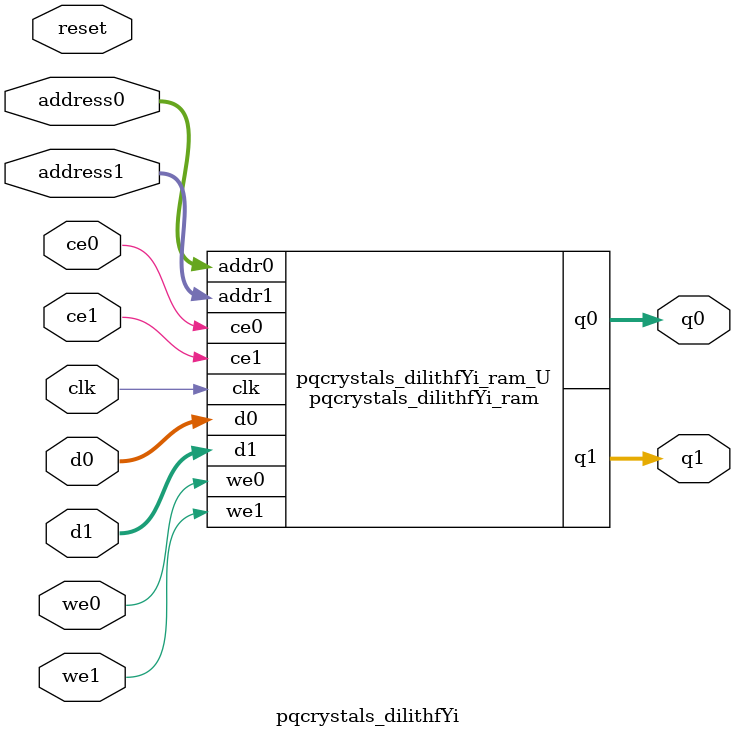
<source format=v>
`timescale 1 ns / 1 ps
module pqcrystals_dilithfYi_ram (addr0, ce0, d0, we0, q0, addr1, ce1, d1, we1, q1,  clk);

parameter DWIDTH = 8;
parameter AWIDTH = 10;
parameter MEM_SIZE = 680;

input[AWIDTH-1:0] addr0;
input ce0;
input[DWIDTH-1:0] d0;
input we0;
output reg[DWIDTH-1:0] q0;
input[AWIDTH-1:0] addr1;
input ce1;
input[DWIDTH-1:0] d1;
input we1;
output reg[DWIDTH-1:0] q1;
input clk;

(* ram_style = "block" *)reg [DWIDTH-1:0] ram[0:MEM_SIZE-1];




always @(posedge clk)  
begin 
    if (ce0) begin
        if (we0) 
            ram[addr0] <= d0; 
        q0 <= ram[addr0];
    end
end


always @(posedge clk)  
begin 
    if (ce1) begin
        if (we1) 
            ram[addr1] <= d1; 
        q1 <= ram[addr1];
    end
end


endmodule

`timescale 1 ns / 1 ps
module pqcrystals_dilithfYi(
    reset,
    clk,
    address0,
    ce0,
    we0,
    d0,
    q0,
    address1,
    ce1,
    we1,
    d1,
    q1);

parameter DataWidth = 32'd8;
parameter AddressRange = 32'd680;
parameter AddressWidth = 32'd10;
input reset;
input clk;
input[AddressWidth - 1:0] address0;
input ce0;
input we0;
input[DataWidth - 1:0] d0;
output[DataWidth - 1:0] q0;
input[AddressWidth - 1:0] address1;
input ce1;
input we1;
input[DataWidth - 1:0] d1;
output[DataWidth - 1:0] q1;



pqcrystals_dilithfYi_ram pqcrystals_dilithfYi_ram_U(
    .clk( clk ),
    .addr0( address0 ),
    .ce0( ce0 ),
    .we0( we0 ),
    .d0( d0 ),
    .q0( q0 ),
    .addr1( address1 ),
    .ce1( ce1 ),
    .we1( we1 ),
    .d1( d1 ),
    .q1( q1 ));

endmodule


</source>
